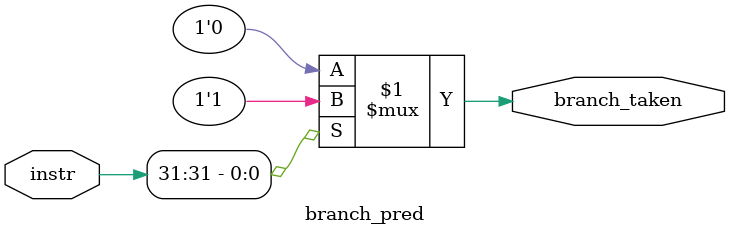
<source format=v>
module branch_pred(
    
    input [31:0] instr,
    output branch_taken
);

assign branch_taken = instr[31] ? 1'b1 : 1'b0;

endmodule
</source>
